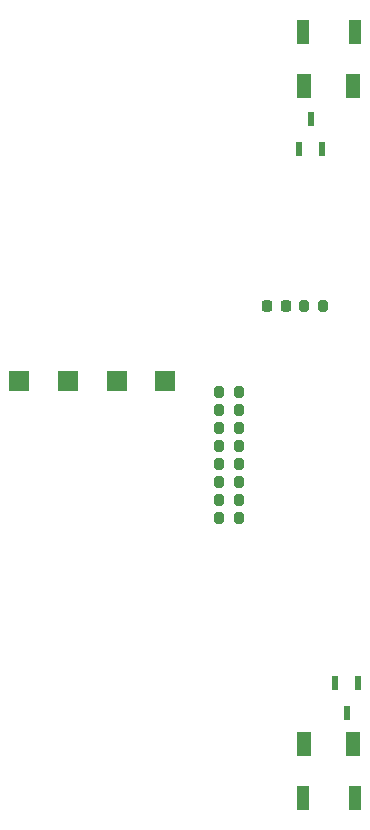
<source format=gbr>
%TF.GenerationSoftware,KiCad,Pcbnew,(6.0.7)*%
%TF.CreationDate,2023-03-08T10:43:33-05:00*%
%TF.ProjectId,CoreIO,436f7265-494f-42e6-9b69-6361645f7063,rev?*%
%TF.SameCoordinates,Original*%
%TF.FileFunction,Paste,Top*%
%TF.FilePolarity,Positive*%
%FSLAX46Y46*%
G04 Gerber Fmt 4.6, Leading zero omitted, Abs format (unit mm)*
G04 Created by KiCad (PCBNEW (6.0.7)) date 2023-03-08 10:43:33*
%MOMM*%
%LPD*%
G01*
G04 APERTURE LIST*
G04 Aperture macros list*
%AMRoundRect*
0 Rectangle with rounded corners*
0 $1 Rounding radius*
0 $2 $3 $4 $5 $6 $7 $8 $9 X,Y pos of 4 corners*
0 Add a 4 corners polygon primitive as box body*
4,1,4,$2,$3,$4,$5,$6,$7,$8,$9,$2,$3,0*
0 Add four circle primitives for the rounded corners*
1,1,$1+$1,$2,$3*
1,1,$1+$1,$4,$5*
1,1,$1+$1,$6,$7*
1,1,$1+$1,$8,$9*
0 Add four rect primitives between the rounded corners*
20,1,$1+$1,$2,$3,$4,$5,0*
20,1,$1+$1,$4,$5,$6,$7,0*
20,1,$1+$1,$6,$7,$8,$9,0*
20,1,$1+$1,$8,$9,$2,$3,0*%
G04 Aperture macros list end*
%ADD10RoundRect,0.200000X0.200000X0.275000X-0.200000X0.275000X-0.200000X-0.275000X0.200000X-0.275000X0*%
%ADD11RoundRect,0.088500X0.206500X-0.516500X0.206500X0.516500X-0.206500X0.516500X-0.206500X-0.516500X0*%
%ADD12RoundRect,0.218750X0.218750X0.256250X-0.218750X0.256250X-0.218750X-0.256250X0.218750X-0.256250X0*%
%ADD13RoundRect,0.200000X-0.200000X-0.275000X0.200000X-0.275000X0.200000X0.275000X-0.200000X0.275000X0*%
%ADD14R,1.000000X2.000000*%
%ADD15R,1.300000X2.100000*%
%ADD16RoundRect,0.088500X-0.206500X0.516500X-0.206500X-0.516500X0.206500X-0.516500X0.206500X0.516500X0*%
%ADD17R,1.800000X1.700000*%
G04 APERTURE END LIST*
D10*
%TO.C,R8*%
X165100000Y-100584000D03*
X163450000Y-100584000D03*
%TD*%
D11*
%TO.C,Q2*%
X170246000Y-72375000D03*
X172146000Y-72375000D03*
X171196000Y-69865000D03*
%TD*%
D12*
%TO.C,D1*%
X169076105Y-85725000D03*
X167501105Y-85725000D03*
%TD*%
D10*
%TO.C,R6*%
X165100000Y-92964000D03*
X163450000Y-92964000D03*
%TD*%
D13*
%TO.C,R10*%
X163450000Y-103632000D03*
X165100000Y-103632000D03*
%TD*%
D14*
%TO.C,J3*%
X174920000Y-62470000D03*
X170520000Y-62470000D03*
D15*
X174820000Y-67070000D03*
X170620000Y-67070000D03*
%TD*%
D14*
%TO.C,J4*%
X174920000Y-127395000D03*
X170520000Y-127395000D03*
D15*
X170620000Y-122795000D03*
X174820000Y-122795000D03*
%TD*%
D10*
%TO.C,R11*%
X165100000Y-102108000D03*
X163450000Y-102108000D03*
%TD*%
%TO.C,R1*%
X172275000Y-85741317D03*
X170625000Y-85741317D03*
%TD*%
%TO.C,R2*%
X165108366Y-97533898D03*
X163458366Y-97533898D03*
%TD*%
D16*
%TO.C,Q1*%
X175194000Y-117617000D03*
X173294000Y-117617000D03*
X174244000Y-120127000D03*
%TD*%
D13*
%TO.C,R5*%
X163450000Y-96012000D03*
X165100000Y-96012000D03*
%TD*%
D10*
%TO.C,R9*%
X165100000Y-94488000D03*
X163450000Y-94488000D03*
%TD*%
D17*
%TO.C,D2*%
X146540000Y-92075000D03*
X150640000Y-92075000D03*
%TD*%
D13*
%TO.C,R7*%
X163450000Y-99060000D03*
X165100000Y-99060000D03*
%TD*%
D17*
%TO.C,D3*%
X158895000Y-92075000D03*
X154795000Y-92075000D03*
%TD*%
M02*

</source>
